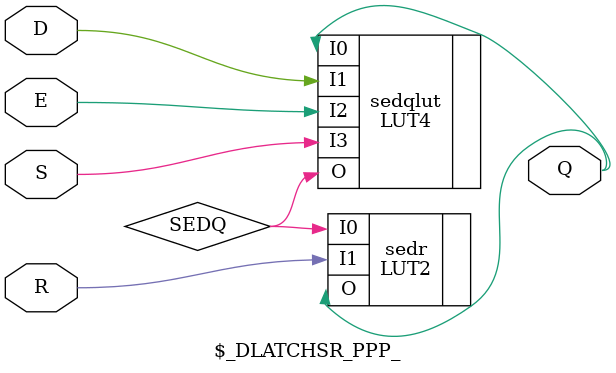
<source format=v>
module \$_DLATCH_P_ (E, D, Q);
  input E;
  input D;
  output reg Q;
  LUT3 #(.INIT(8'b11100010)) latchimpl (.O(Q), .I2(D), .I1(E), .I0(Q));
endmodule

module \$_DLATCH_N_ (E, D, Q);
  input E;
  input D;
  output reg Q;
  LUT3 #(.INIT(8'b10111000)) latchimpl (.O(Q), .I2(D), .I1(E), .I0(Q));
endmodule

module \$_DLATCHSR_NNN_ (E, S, R, D, Q);
  input E;
  input S;
  input R;
  input D;
  output Q;
  wire SEDQ;
  LUT4 #(.INIT(16'b101011001111111)) sedqlut (.O(SEDQ), .I3(S), .I2(E), .I1(D), .I0(Q));
  LUT2 #(.INIT(4'b1000)) sedr (.O(Q), .I1(R), .I0(SEDQ));
endmodule

module \$_DLATCHSR_NNP_ (E, S, R, D, Q);
  input E;
  input S;
  input R;
  input D;
  output Q;
  wire SEDQ;
  LUT4 #(.INIT(16'b101011001111111)) sedqlut (.O(SEDQ), .I3(S), .I2(E), .I1(D), .I0(Q));
  LUT2 #(.INIT(4'b0010)) sedr (.O(Q), .I1(R), .I0(SEDQ));
endmodule

module \$_DLATCHSR_NPN_ (E, S, R, D, Q);
  input E;
  input S;
  input R;
  input D;
  output Q;
  wire SEDQ;
  LUT4 #(.INIT(16'b111111111010110)) sedqlut (.O(SEDQ), .I3(S), .I2(E), .I1(D), .I0(Q));
  LUT2 #(.INIT(4'b1000)) sedr (.O(Q), .I1(R), .I0(SEDQ));
endmodule

module \$_DLATCHSR_NPP_ (E, S, R, D, Q);
  input E;
  input S;
  input R;
  input D;
  output Q;
  wire SEDQ;
  LUT4 #(.INIT(16'b111111111010110)) sedqlut (.O(SEDQ), .I3(S), .I2(E), .I1(D), .I0(Q));
  LUT2 #(.INIT(4'b0010)) sedr (.O(Q), .I1(R), .I0(SEDQ));
endmodule

module \$_DLATCHSR_PNN_ (E, S, R, D, Q);
  input E;
  input S;
  input R;
  input D;
  output Q;
  wire SEDQ;
  LUT4 #(.INIT(16'b110010101111111)) sedqlut (.O(SEDQ), .I3(S), .I2(E), .I1(D), .I0(Q));
  LUT2 #(.INIT(4'b1000)) sedr (.O(Q), .I1(R), .I0(SEDQ));
endmodule

module \$_DLATCHSR_PNP_ (E, S, R, D, Q);
  input E;
  input S;
  input R;
  input D;
  output Q;
  wire SEDQ;
  LUT4 #(.INIT(16'b110010101111111)) sedqlut (.O(SEDQ), .I3(S), .I2(E), .I1(D), .I0(Q));
  LUT2 #(.INIT(4'b0010)) sedr (.O(Q), .I1(R), .I0(SEDQ));
endmodule

module \$_DLATCHSR_PPN_ (E, S, R, D, Q);
  input E;
  input S;
  input R;
  input D;
  output Q;
  wire SEDQ;
  LUT4 #(.INIT(16'b111111111100101)) sedqlut (.O(SEDQ), .I3(S), .I2(E), .I1(D), .I0(Q));
  LUT2 #(.INIT(4'b1000)) sedr (.O(Q), .I1(R), .I0(SEDQ));
endmodule

module \$_DLATCHSR_PPP_ (E, S, R, D, Q);
  input E;
  input S;
  input R;
  input D;
  output Q;
  wire SEDQ;
  LUT4 #(.INIT(16'b11111111110010)) sedqlut (.O(SEDQ), .I3(S), .I2(E), .I1(D), .I0(Q));
  LUT2 #(.INIT(4'b0010)) sedr (.O(Q), .I1(R), .I0(SEDQ));
endmodule

</source>
